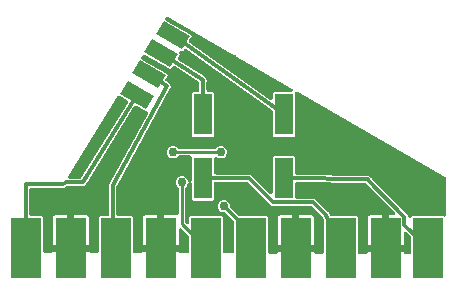
<source format=gbl>
G04 EAGLE Gerber RS-274X export*
G75*
%MOMM*%
%FSLAX34Y34*%
%LPD*%
%INBottom Copper*%
%IPPOS*%
%AMOC8*
5,1,8,0,0,1.08239X$1,22.5*%
G01*
%ADD10R,2.540000X5.080000*%
%ADD11R,1.600000X3.500000*%
%ADD12R,1.270000X2.540000*%
%ADD13C,0.299719*%
%ADD14C,0.756400*%
%ADD15C,0.254000*%

G36*
X266250Y10437D02*
X266250Y10437D01*
X266289Y10434D01*
X266421Y10456D01*
X266554Y10471D01*
X266591Y10484D01*
X266630Y10491D01*
X266753Y10542D01*
X266879Y10587D01*
X266913Y10608D01*
X266949Y10623D01*
X267057Y10702D01*
X267170Y10774D01*
X267197Y10803D01*
X267229Y10826D01*
X267316Y10927D01*
X267409Y11023D01*
X267430Y11057D01*
X267455Y11087D01*
X267517Y11206D01*
X267585Y11321D01*
X267597Y11358D01*
X267616Y11393D01*
X267649Y11523D01*
X267689Y11650D01*
X267692Y11690D01*
X267702Y11728D01*
X267715Y11930D01*
X267715Y38904D01*
X267710Y38948D01*
X267713Y38993D01*
X267690Y39120D01*
X267675Y39247D01*
X267660Y39289D01*
X267652Y39334D01*
X267581Y39524D01*
X266827Y41183D01*
X266740Y41326D01*
X266656Y41469D01*
X266651Y41475D01*
X266649Y41479D01*
X266639Y41488D01*
X266522Y41622D01*
X257529Y50615D01*
X257419Y50702D01*
X257313Y50794D01*
X257284Y50809D01*
X257258Y50830D01*
X257131Y50890D01*
X257007Y50954D01*
X256975Y50963D01*
X256945Y50977D01*
X256808Y51006D01*
X256672Y51040D01*
X256628Y51043D01*
X256607Y51048D01*
X256574Y51047D01*
X256470Y51054D01*
X223176Y51054D01*
X203092Y71138D01*
X202982Y71225D01*
X202876Y71317D01*
X202847Y71332D01*
X202821Y71353D01*
X202694Y71412D01*
X202570Y71477D01*
X202538Y71485D01*
X202508Y71499D01*
X202371Y71528D01*
X202235Y71563D01*
X202191Y71566D01*
X202170Y71570D01*
X202137Y71570D01*
X202033Y71577D01*
X176123Y71577D01*
X176087Y71573D01*
X176051Y71575D01*
X175916Y71553D01*
X175779Y71537D01*
X175745Y71525D01*
X175710Y71519D01*
X175583Y71466D01*
X175454Y71419D01*
X175424Y71400D01*
X175391Y71386D01*
X175280Y71306D01*
X175165Y71230D01*
X175140Y71204D01*
X175111Y71183D01*
X175021Y71080D01*
X174926Y70980D01*
X174908Y70949D01*
X174885Y70922D01*
X174821Y70801D01*
X174752Y70682D01*
X174741Y70648D01*
X174724Y70616D01*
X174690Y70483D01*
X174650Y70352D01*
X174647Y70316D01*
X174638Y70281D01*
X174625Y70079D01*
X174625Y56468D01*
X173732Y55575D01*
X156468Y55575D01*
X155575Y56468D01*
X155575Y69653D01*
X155569Y69705D01*
X155572Y69757D01*
X155549Y69876D01*
X155535Y69996D01*
X155518Y70045D01*
X155508Y70097D01*
X155459Y70207D01*
X155418Y70321D01*
X155389Y70365D01*
X155368Y70413D01*
X155295Y70509D01*
X155229Y70610D01*
X155191Y70647D01*
X155160Y70688D01*
X155067Y70765D01*
X154979Y70849D01*
X154934Y70875D01*
X154893Y70909D01*
X154785Y70962D01*
X154681Y71024D01*
X154631Y71039D01*
X154584Y71062D01*
X154466Y71090D01*
X154367Y71120D01*
X154389Y71122D01*
X154438Y71139D01*
X154490Y71147D01*
X154601Y71194D01*
X154716Y71232D01*
X154761Y71260D01*
X154809Y71280D01*
X154907Y71351D01*
X155010Y71415D01*
X155047Y71452D01*
X155089Y71483D01*
X155168Y71574D01*
X155254Y71660D01*
X155281Y71704D01*
X155315Y71744D01*
X155371Y71851D01*
X155435Y71954D01*
X155451Y72004D01*
X155476Y72050D01*
X155506Y72167D01*
X155544Y72282D01*
X155548Y72334D01*
X155562Y72385D01*
X155575Y72587D01*
X155575Y92227D01*
X155571Y92263D01*
X155574Y92299D01*
X155551Y92434D01*
X155535Y92571D01*
X155523Y92605D01*
X155517Y92640D01*
X155465Y92767D01*
X155418Y92896D01*
X155398Y92926D01*
X155384Y92959D01*
X155304Y93070D01*
X155229Y93185D01*
X155203Y93210D01*
X155182Y93239D01*
X155078Y93329D01*
X154979Y93424D01*
X154948Y93442D01*
X154921Y93465D01*
X154799Y93529D01*
X154681Y93598D01*
X154646Y93609D01*
X154615Y93626D01*
X154482Y93660D01*
X154351Y93700D01*
X154315Y93703D01*
X154280Y93712D01*
X154077Y93725D01*
X145031Y93725D01*
X144891Y93709D01*
X144752Y93699D01*
X144720Y93689D01*
X144687Y93685D01*
X144555Y93638D01*
X144422Y93596D01*
X144393Y93579D01*
X144362Y93568D01*
X144245Y93491D01*
X144124Y93420D01*
X144091Y93391D01*
X144073Y93379D01*
X144050Y93355D01*
X143971Y93287D01*
X142706Y92021D01*
X140756Y91213D01*
X138644Y91213D01*
X136694Y92021D01*
X135201Y93514D01*
X134393Y95464D01*
X134393Y97576D01*
X135201Y99526D01*
X136694Y101019D01*
X138644Y101827D01*
X140756Y101827D01*
X142706Y101019D01*
X143971Y99753D01*
X144081Y99666D01*
X144187Y99575D01*
X144216Y99559D01*
X144242Y99539D01*
X144369Y99479D01*
X144493Y99414D01*
X144525Y99406D01*
X144555Y99392D01*
X144693Y99363D01*
X144828Y99328D01*
X144872Y99325D01*
X144893Y99321D01*
X144926Y99322D01*
X145031Y99315D01*
X175009Y99315D01*
X175149Y99331D01*
X175288Y99341D01*
X175320Y99351D01*
X175353Y99355D01*
X175485Y99402D01*
X175618Y99444D01*
X175647Y99461D01*
X175678Y99472D01*
X175795Y99549D01*
X175916Y99620D01*
X175949Y99649D01*
X175967Y99661D01*
X175990Y99685D01*
X176069Y99753D01*
X177334Y101019D01*
X179284Y101827D01*
X181396Y101827D01*
X183346Y101019D01*
X184839Y99526D01*
X185647Y97576D01*
X185647Y95464D01*
X184839Y93514D01*
X183346Y92021D01*
X181396Y91213D01*
X179284Y91213D01*
X177334Y92021D01*
X177182Y92173D01*
X177100Y92238D01*
X177024Y92310D01*
X176965Y92345D01*
X176911Y92388D01*
X176816Y92432D01*
X176726Y92485D01*
X176660Y92506D01*
X176598Y92535D01*
X176496Y92556D01*
X176396Y92587D01*
X176327Y92592D01*
X176260Y92606D01*
X176155Y92603D01*
X176051Y92610D01*
X175983Y92599D01*
X175914Y92598D01*
X175813Y92571D01*
X175710Y92554D01*
X175647Y92528D01*
X175580Y92510D01*
X175487Y92461D01*
X175391Y92421D01*
X175335Y92381D01*
X175274Y92349D01*
X175195Y92280D01*
X175111Y92219D01*
X175066Y92167D01*
X175014Y92122D01*
X174953Y92037D01*
X174885Y91958D01*
X174853Y91897D01*
X174813Y91841D01*
X174773Y91744D01*
X174724Y91651D01*
X174707Y91585D01*
X174681Y91521D01*
X174664Y91418D01*
X174638Y91317D01*
X174631Y91213D01*
X174626Y91180D01*
X174628Y91158D01*
X174625Y91114D01*
X174625Y79121D01*
X174629Y79085D01*
X174626Y79050D01*
X174649Y78914D01*
X174665Y78778D01*
X174677Y78744D01*
X174683Y78709D01*
X174735Y78582D01*
X174782Y78453D01*
X174802Y78423D01*
X174816Y78390D01*
X174896Y78278D01*
X174971Y78163D01*
X174997Y78139D01*
X175018Y78109D01*
X175122Y78020D01*
X175221Y77925D01*
X175252Y77907D01*
X175279Y77883D01*
X175401Y77820D01*
X175519Y77750D01*
X175554Y77740D01*
X175585Y77723D01*
X175718Y77689D01*
X175849Y77648D01*
X175885Y77646D01*
X175920Y77637D01*
X176123Y77623D01*
X205158Y77623D01*
X221598Y61183D01*
X221680Y61118D01*
X221756Y61046D01*
X221815Y61011D01*
X221869Y60968D01*
X221964Y60924D01*
X222054Y60871D01*
X222120Y60851D01*
X222182Y60822D01*
X222284Y60800D01*
X222384Y60769D01*
X222453Y60765D01*
X222520Y60750D01*
X222625Y60753D01*
X222729Y60746D01*
X222797Y60757D01*
X222866Y60759D01*
X222967Y60785D01*
X223070Y60802D01*
X223133Y60829D01*
X223200Y60846D01*
X223293Y60895D01*
X223389Y60935D01*
X223445Y60975D01*
X223506Y61007D01*
X223584Y61076D01*
X223669Y61137D01*
X223714Y61189D01*
X223766Y61235D01*
X223827Y61320D01*
X223895Y61399D01*
X223927Y61460D01*
X223967Y61516D01*
X224007Y61612D01*
X224056Y61705D01*
X224073Y61771D01*
X224099Y61835D01*
X224116Y61938D01*
X224142Y62040D01*
X224149Y62144D01*
X224154Y62176D01*
X224152Y62198D01*
X224155Y62242D01*
X224155Y92732D01*
X225048Y93625D01*
X242312Y93625D01*
X243205Y92732D01*
X243205Y78976D01*
X243208Y78950D01*
X243206Y78924D01*
X243207Y78918D01*
X243206Y78915D01*
X243213Y78878D01*
X243228Y78779D01*
X243245Y78633D01*
X243253Y78608D01*
X243257Y78582D01*
X243312Y78446D01*
X243362Y78308D01*
X243376Y78286D01*
X243386Y78262D01*
X243471Y78141D01*
X243551Y78018D01*
X243570Y78000D01*
X243585Y77979D01*
X243694Y77881D01*
X243801Y77780D01*
X243824Y77767D01*
X243843Y77749D01*
X243972Y77679D01*
X244099Y77605D01*
X244124Y77597D01*
X244147Y77585D01*
X244289Y77546D01*
X244429Y77503D01*
X244455Y77501D01*
X244481Y77495D01*
X244683Y77478D01*
X304809Y76683D01*
X304816Y76684D01*
X304829Y76683D01*
X306076Y76683D01*
X306945Y75791D01*
X306950Y75786D01*
X306959Y75777D01*
X307840Y74896D01*
X307838Y74733D01*
X307853Y74583D01*
X307864Y74434D01*
X307871Y74412D01*
X307873Y74389D01*
X307922Y74247D01*
X307967Y74104D01*
X307979Y74084D01*
X307986Y74062D01*
X308067Y73936D01*
X308143Y73807D01*
X308163Y73784D01*
X308171Y73771D01*
X308193Y73749D01*
X308276Y73654D01*
X338786Y43144D01*
X338786Y42298D01*
X338798Y42195D01*
X338800Y42090D01*
X338818Y42023D01*
X338826Y41955D01*
X338861Y41857D01*
X338888Y41756D01*
X338920Y41695D01*
X338943Y41630D01*
X339000Y41542D01*
X339049Y41450D01*
X339094Y41398D01*
X339132Y41341D01*
X339208Y41268D01*
X339276Y41190D01*
X339332Y41150D01*
X339382Y41102D01*
X339472Y41049D01*
X339557Y40988D01*
X339621Y40962D01*
X339680Y40927D01*
X339780Y40897D01*
X339877Y40857D01*
X339945Y40846D01*
X340011Y40826D01*
X340115Y40819D01*
X340218Y40802D01*
X340287Y40807D01*
X340355Y40802D01*
X340458Y40819D01*
X340563Y40827D01*
X340629Y40847D01*
X340696Y40858D01*
X340793Y40899D01*
X340893Y40930D01*
X340952Y40965D01*
X341015Y40991D01*
X341100Y41052D01*
X341190Y41106D01*
X341269Y41175D01*
X341295Y41194D01*
X341310Y41210D01*
X341343Y41239D01*
X342268Y42165D01*
X369046Y42165D01*
X369134Y42114D01*
X369193Y42097D01*
X369248Y42071D01*
X369358Y42048D01*
X369466Y42016D01*
X369526Y42012D01*
X369586Y42000D01*
X369699Y42003D01*
X369811Y41996D01*
X369871Y42007D01*
X369932Y42008D01*
X370040Y42037D01*
X370151Y42056D01*
X370207Y42080D01*
X370266Y42095D01*
X370365Y42148D01*
X370469Y42192D01*
X370518Y42228D01*
X370571Y42257D01*
X370656Y42331D01*
X370747Y42398D01*
X370786Y42444D01*
X370832Y42484D01*
X370897Y42576D01*
X370970Y42661D01*
X370998Y42716D01*
X371033Y42765D01*
X371076Y42869D01*
X371127Y42969D01*
X371142Y43028D01*
X371165Y43085D01*
X371183Y43195D01*
X371209Y43305D01*
X371214Y43394D01*
X371220Y43426D01*
X371218Y43451D01*
X371221Y43507D01*
X370894Y74257D01*
X370875Y74410D01*
X370859Y74563D01*
X370853Y74581D01*
X370851Y74599D01*
X370797Y74744D01*
X370746Y74890D01*
X370736Y74906D01*
X370730Y74923D01*
X370645Y75051D01*
X370562Y75182D01*
X370548Y75195D01*
X370538Y75211D01*
X370425Y75316D01*
X370315Y75424D01*
X370295Y75437D01*
X370285Y75446D01*
X370261Y75461D01*
X370147Y75537D01*
X245453Y147694D01*
X245377Y147727D01*
X245306Y147769D01*
X245268Y147780D01*
X245253Y147788D01*
X245210Y147799D01*
X245136Y147831D01*
X245055Y147846D01*
X244976Y147870D01*
X244885Y147876D01*
X244796Y147893D01*
X244713Y147888D01*
X244631Y147894D01*
X244541Y147879D01*
X244450Y147874D01*
X244371Y147851D01*
X244290Y147837D01*
X244206Y147803D01*
X244119Y147777D01*
X244047Y147736D01*
X243971Y147705D01*
X243897Y147651D01*
X243818Y147606D01*
X243758Y147550D01*
X243751Y147546D01*
X243745Y147542D01*
X243743Y147540D01*
X243691Y147502D01*
X243631Y147433D01*
X243565Y147372D01*
X243521Y147307D01*
X243506Y147291D01*
X243502Y147284D01*
X243465Y147241D01*
X243422Y147160D01*
X243372Y147085D01*
X243347Y147020D01*
X243332Y146993D01*
X243327Y146977D01*
X243304Y146935D01*
X243282Y146847D01*
X243250Y146762D01*
X243242Y146702D01*
X243230Y146663D01*
X243228Y146638D01*
X243218Y146600D01*
X243208Y146440D01*
X243205Y146419D01*
X243206Y146411D01*
X243205Y146398D01*
X243205Y110468D01*
X242312Y109575D01*
X225048Y109575D01*
X224155Y110468D01*
X224155Y130904D01*
X224145Y130995D01*
X224144Y131087D01*
X224125Y131166D01*
X224115Y131247D01*
X224084Y131333D01*
X224063Y131423D01*
X224026Y131495D01*
X223998Y131572D01*
X223948Y131649D01*
X223906Y131731D01*
X223854Y131793D01*
X223809Y131862D01*
X223743Y131925D01*
X223684Y131995D01*
X223580Y132080D01*
X223559Y132100D01*
X223547Y132107D01*
X223527Y132124D01*
X151161Y183699D01*
X151067Y183751D01*
X150977Y183811D01*
X150916Y183834D01*
X150858Y183866D01*
X150755Y183895D01*
X150654Y183933D01*
X150588Y183941D01*
X150525Y183959D01*
X150418Y183963D01*
X150311Y183977D01*
X150246Y183971D01*
X150180Y183973D01*
X150074Y183953D01*
X149967Y183942D01*
X149905Y183920D01*
X149840Y183908D01*
X149742Y183864D01*
X149641Y183829D01*
X149585Y183794D01*
X149525Y183767D01*
X149440Y183701D01*
X149349Y183644D01*
X149303Y183597D01*
X149251Y183557D01*
X149182Y183474D01*
X149107Y183397D01*
X149052Y183315D01*
X149031Y183290D01*
X149021Y183269D01*
X148994Y183229D01*
X148528Y182421D01*
X147308Y182095D01*
X147229Y182140D01*
X147133Y182182D01*
X147041Y182232D01*
X147028Y182236D01*
X147022Y182239D01*
X146972Y182251D01*
X146912Y182277D01*
X146809Y182296D01*
X146708Y182323D01*
X146688Y182324D01*
X146687Y182324D01*
X146624Y182329D01*
X146571Y182338D01*
X146524Y182336D01*
X146485Y182338D01*
X146481Y182338D01*
X146440Y182333D01*
X146363Y182336D01*
X146295Y182323D01*
X146226Y182319D01*
X146166Y182302D01*
X146137Y182298D01*
X146100Y182285D01*
X146023Y182270D01*
X145961Y182241D01*
X145895Y182222D01*
X145840Y182191D01*
X145812Y182181D01*
X145779Y182159D01*
X145709Y182127D01*
X145654Y182085D01*
X145594Y182051D01*
X145549Y182009D01*
X145523Y181992D01*
X145494Y181962D01*
X145435Y181916D01*
X145392Y181863D01*
X145341Y181816D01*
X145307Y181766D01*
X145285Y181742D01*
X145262Y181704D01*
X145217Y181648D01*
X145187Y181586D01*
X145148Y181529D01*
X145128Y181475D01*
X145110Y181444D01*
X145096Y181399D01*
X145066Y181337D01*
X145051Y181270D01*
X145027Y181206D01*
X145020Y181151D01*
X145008Y181113D01*
X145005Y181064D01*
X144990Y181000D01*
X144991Y180931D01*
X144982Y180863D01*
X144987Y180812D01*
X144985Y180769D01*
X144993Y180715D01*
X144994Y180654D01*
X145014Y180552D01*
X145018Y180519D01*
X145025Y180499D01*
X145033Y180455D01*
X145350Y179274D01*
X143747Y176497D01*
X143746Y176497D01*
X143614Y176189D01*
X143609Y176180D01*
X143549Y175839D01*
X143563Y175581D01*
X143567Y175495D01*
X143582Y175445D01*
X143615Y175333D01*
X143665Y175163D01*
X143787Y174949D01*
X143836Y174863D01*
X143836Y174862D01*
X144071Y174609D01*
X144234Y174488D01*
X165618Y160741D01*
X165756Y160674D01*
X165891Y160603D01*
X165910Y160598D01*
X165928Y160589D01*
X166078Y160555D01*
X166225Y160517D01*
X166252Y160515D01*
X166265Y160512D01*
X166294Y160512D01*
X166347Y160509D01*
X166894Y159961D01*
X166941Y159925D01*
X166981Y159881D01*
X167143Y159760D01*
X167800Y159338D01*
X167822Y159275D01*
X167867Y159129D01*
X167878Y159112D01*
X167884Y159093D01*
X167966Y158963D01*
X168043Y158832D01*
X168060Y158812D01*
X168068Y158800D01*
X168089Y158780D01*
X168123Y158740D01*
X168123Y157966D01*
X168130Y157907D01*
X168128Y157848D01*
X168158Y157648D01*
X168323Y156885D01*
X168294Y156825D01*
X168223Y156689D01*
X168218Y156670D01*
X168209Y156652D01*
X168175Y156503D01*
X168137Y156355D01*
X168135Y156329D01*
X168132Y156315D01*
X168132Y156286D01*
X168123Y156152D01*
X168123Y149123D01*
X168127Y149087D01*
X168125Y149051D01*
X168147Y148916D01*
X168163Y148779D01*
X168175Y148745D01*
X168181Y148710D01*
X168234Y148583D01*
X168281Y148454D01*
X168300Y148424D01*
X168314Y148391D01*
X168394Y148280D01*
X168470Y148165D01*
X168496Y148140D01*
X168517Y148111D01*
X168620Y148021D01*
X168720Y147926D01*
X168751Y147908D01*
X168778Y147885D01*
X168899Y147821D01*
X169018Y147752D01*
X169052Y147741D01*
X169084Y147724D01*
X169217Y147690D01*
X169348Y147650D01*
X169384Y147647D01*
X169419Y147638D01*
X169621Y147625D01*
X173732Y147625D01*
X174625Y146732D01*
X174625Y110468D01*
X173732Y109575D01*
X156468Y109575D01*
X155575Y110468D01*
X155575Y146732D01*
X156468Y147625D01*
X160579Y147625D01*
X160615Y147629D01*
X160650Y147626D01*
X160786Y147649D01*
X160922Y147665D01*
X160956Y147677D01*
X160991Y147683D01*
X161118Y147735D01*
X161247Y147782D01*
X161277Y147802D01*
X161310Y147816D01*
X161422Y147896D01*
X161537Y147971D01*
X161561Y147997D01*
X161591Y148018D01*
X161680Y148122D01*
X161775Y148221D01*
X161793Y148252D01*
X161817Y148279D01*
X161880Y148401D01*
X161950Y148519D01*
X161960Y148554D01*
X161977Y148585D01*
X162011Y148718D01*
X162052Y148849D01*
X162054Y148885D01*
X162063Y148920D01*
X162077Y149123D01*
X162077Y155012D01*
X162062Y155138D01*
X162055Y155265D01*
X162042Y155309D01*
X162037Y155355D01*
X161993Y155475D01*
X161958Y155597D01*
X161935Y155637D01*
X161919Y155680D01*
X161850Y155787D01*
X161787Y155897D01*
X161756Y155931D01*
X161730Y155969D01*
X161638Y156057D01*
X161552Y156151D01*
X161501Y156189D01*
X161480Y156208D01*
X161453Y156224D01*
X161389Y156272D01*
X141327Y169168D01*
X141263Y169200D01*
X141203Y169240D01*
X141109Y169276D01*
X141017Y169320D01*
X140947Y169336D01*
X140880Y169362D01*
X140779Y169375D01*
X140680Y169397D01*
X140608Y169397D01*
X140537Y169406D01*
X140436Y169396D01*
X140335Y169395D01*
X140265Y169378D01*
X140193Y169371D01*
X140098Y169338D01*
X139999Y169314D01*
X139935Y169281D01*
X139867Y169258D01*
X139781Y169203D01*
X139690Y169157D01*
X139636Y169111D01*
X139575Y169073D01*
X139504Y169000D01*
X139426Y168934D01*
X139383Y168877D01*
X139333Y168826D01*
X139220Y168657D01*
X138368Y167181D01*
X137148Y166855D01*
X116014Y179056D01*
X116000Y179062D01*
X115988Y179071D01*
X115841Y179131D01*
X115697Y179193D01*
X115682Y179196D01*
X115668Y179202D01*
X115512Y179226D01*
X115357Y179254D01*
X115342Y179253D01*
X115326Y179256D01*
X115168Y179244D01*
X115012Y179235D01*
X114997Y179231D01*
X114982Y179230D01*
X114831Y179182D01*
X114680Y179138D01*
X114667Y179130D01*
X114652Y179126D01*
X114517Y179045D01*
X114380Y178967D01*
X114368Y178957D01*
X114355Y178949D01*
X114242Y178840D01*
X114126Y178732D01*
X114118Y178719D01*
X114107Y178709D01*
X113989Y178544D01*
X113081Y177067D01*
X113057Y177016D01*
X113026Y176968D01*
X112985Y176859D01*
X112935Y176754D01*
X112924Y176698D01*
X112904Y176645D01*
X112889Y176530D01*
X112865Y176415D01*
X112867Y176359D01*
X112859Y176302D01*
X112871Y176186D01*
X112874Y176070D01*
X112889Y176015D01*
X112895Y175959D01*
X112933Y175849D01*
X112963Y175736D01*
X112989Y175686D01*
X113008Y175632D01*
X113070Y175534D01*
X113125Y175431D01*
X113162Y175388D01*
X113193Y175340D01*
X113276Y175258D01*
X113353Y175171D01*
X113399Y175138D01*
X113440Y175098D01*
X113608Y174985D01*
X134863Y162714D01*
X135190Y161494D01*
X133457Y158493D01*
X133393Y158346D01*
X133327Y158200D01*
X133325Y158187D01*
X133320Y158176D01*
X133292Y158018D01*
X133261Y157860D01*
X133262Y157848D01*
X133259Y157836D01*
X133268Y157676D01*
X133274Y157515D01*
X133277Y157503D01*
X133278Y157491D01*
X133323Y157337D01*
X133366Y157182D01*
X133372Y157171D01*
X133376Y157159D01*
X133455Y157019D01*
X133532Y156879D01*
X133540Y156870D01*
X133546Y156859D01*
X133656Y156740D01*
X133763Y156622D01*
X133775Y156612D01*
X133781Y156605D01*
X133800Y156593D01*
X133924Y156498D01*
X136130Y155027D01*
X136159Y155012D01*
X136244Y154958D01*
X137262Y154403D01*
X137272Y154386D01*
X137316Y154336D01*
X137545Y153190D01*
X137555Y153158D01*
X137577Y153061D01*
X137904Y151948D01*
X137899Y151929D01*
X137895Y151863D01*
X137247Y150890D01*
X137232Y150860D01*
X137178Y150776D01*
X92106Y68144D01*
X92069Y68052D01*
X92023Y67964D01*
X92005Y67893D01*
X91977Y67824D01*
X91962Y67726D01*
X91937Y67630D01*
X91929Y67514D01*
X91924Y67482D01*
X91926Y67464D01*
X91923Y67427D01*
X91923Y43663D01*
X91927Y43627D01*
X91925Y43591D01*
X91947Y43456D01*
X91963Y43319D01*
X91975Y43285D01*
X91981Y43250D01*
X92034Y43123D01*
X92081Y42994D01*
X92100Y42964D01*
X92114Y42931D01*
X92194Y42820D01*
X92270Y42705D01*
X92296Y42680D01*
X92317Y42651D01*
X92420Y42561D01*
X92520Y42466D01*
X92551Y42448D01*
X92578Y42425D01*
X92699Y42361D01*
X92818Y42292D01*
X92852Y42281D01*
X92884Y42264D01*
X93017Y42230D01*
X93148Y42190D01*
X93184Y42187D01*
X93219Y42178D01*
X93421Y42165D01*
X104772Y42165D01*
X105665Y41272D01*
X105665Y12679D01*
X105668Y12646D01*
X105666Y12614D01*
X105688Y12475D01*
X105705Y12335D01*
X105716Y12305D01*
X105721Y12273D01*
X105774Y12143D01*
X105822Y12010D01*
X105840Y11983D01*
X105852Y11953D01*
X105934Y11839D01*
X106011Y11721D01*
X106034Y11699D01*
X106053Y11672D01*
X106159Y11580D01*
X106261Y11482D01*
X106289Y11466D01*
X106313Y11445D01*
X106438Y11379D01*
X106559Y11308D01*
X106590Y11298D01*
X106619Y11283D01*
X106755Y11247D01*
X106889Y11206D01*
X106922Y11204D01*
X106953Y11196D01*
X107156Y11181D01*
X112794Y11154D01*
X112834Y11159D01*
X112873Y11156D01*
X113005Y11178D01*
X113138Y11193D01*
X113175Y11206D01*
X113214Y11212D01*
X113337Y11264D01*
X113463Y11308D01*
X113497Y11330D01*
X113533Y11345D01*
X113641Y11423D01*
X113754Y11496D01*
X113781Y11524D01*
X113813Y11548D01*
X113900Y11648D01*
X113993Y11745D01*
X114014Y11779D01*
X114039Y11809D01*
X114101Y11927D01*
X114169Y12042D01*
X114181Y12080D01*
X114200Y12115D01*
X114233Y12244D01*
X128041Y12244D01*
X128077Y12248D01*
X128113Y12245D01*
X128248Y12268D01*
X128385Y12283D01*
X128418Y12296D01*
X128454Y12302D01*
X128580Y12354D01*
X128710Y12401D01*
X128740Y12421D01*
X128773Y12434D01*
X128884Y12515D01*
X128999Y12590D01*
X129024Y12616D01*
X129053Y12637D01*
X129143Y12740D01*
X129237Y12840D01*
X129256Y12871D01*
X129279Y12898D01*
X129343Y13020D01*
X129412Y13138D01*
X129423Y13173D01*
X129440Y13204D01*
X129474Y13337D01*
X129514Y13468D01*
X129516Y13504D01*
X129525Y13539D01*
X129539Y13741D01*
X129539Y15241D01*
X129541Y15241D01*
X129541Y13741D01*
X129545Y13706D01*
X129543Y13670D01*
X129565Y13534D01*
X129581Y13398D01*
X129593Y13364D01*
X129599Y13329D01*
X129652Y13202D01*
X129698Y13073D01*
X129718Y13043D01*
X129732Y13010D01*
X129812Y12899D01*
X129887Y12784D01*
X129913Y12759D01*
X129934Y12730D01*
X130038Y12640D01*
X130137Y12545D01*
X130168Y12527D01*
X130195Y12504D01*
X130317Y12440D01*
X130435Y12371D01*
X130470Y12360D01*
X130502Y12343D01*
X130634Y12309D01*
X130766Y12269D01*
X130801Y12266D01*
X130836Y12257D01*
X131039Y12244D01*
X144810Y12244D01*
X144821Y12151D01*
X144832Y12121D01*
X144837Y12089D01*
X144890Y11959D01*
X144938Y11826D01*
X144956Y11799D01*
X144968Y11769D01*
X145050Y11655D01*
X145127Y11537D01*
X145150Y11515D01*
X145169Y11488D01*
X145275Y11396D01*
X145377Y11298D01*
X145405Y11282D01*
X145429Y11261D01*
X145554Y11195D01*
X145675Y11124D01*
X145706Y11114D01*
X145735Y11099D01*
X145871Y11063D01*
X146005Y11022D01*
X146038Y11020D01*
X146069Y11012D01*
X146272Y10997D01*
X151910Y10970D01*
X151950Y10975D01*
X151989Y10972D01*
X152121Y10994D01*
X152254Y11009D01*
X152291Y11022D01*
X152330Y11028D01*
X152453Y11080D01*
X152579Y11124D01*
X152613Y11146D01*
X152649Y11161D01*
X152757Y11239D01*
X152870Y11312D01*
X152897Y11340D01*
X152929Y11364D01*
X153016Y11464D01*
X153109Y11561D01*
X153130Y11595D01*
X153155Y11625D01*
X153217Y11743D01*
X153285Y11858D01*
X153297Y11896D01*
X153316Y11931D01*
X153349Y12060D01*
X153389Y12188D01*
X153392Y12228D01*
X153402Y12266D01*
X153415Y12468D01*
X153415Y24892D01*
X153399Y25031D01*
X153389Y25171D01*
X153379Y25203D01*
X153375Y25235D01*
X153328Y25367D01*
X153286Y25501D01*
X153269Y25529D01*
X153258Y25560D01*
X153181Y25678D01*
X153110Y25798D01*
X153081Y25832D01*
X153069Y25850D01*
X153045Y25872D01*
X152977Y25951D01*
X147338Y31590D01*
X147256Y31655D01*
X147180Y31727D01*
X147121Y31762D01*
X147067Y31805D01*
X146972Y31849D01*
X146882Y31902D01*
X146816Y31922D01*
X146754Y31951D01*
X146652Y31973D01*
X146552Y32004D01*
X146483Y32008D01*
X146416Y32022D01*
X146311Y32020D01*
X146207Y32027D01*
X146139Y32016D01*
X146070Y32014D01*
X145969Y31988D01*
X145866Y31971D01*
X145803Y31944D01*
X145736Y31927D01*
X145643Y31878D01*
X145547Y31838D01*
X145491Y31798D01*
X145430Y31765D01*
X145351Y31697D01*
X145267Y31635D01*
X145222Y31583D01*
X145170Y31538D01*
X145109Y31453D01*
X145041Y31374D01*
X145009Y31313D01*
X144969Y31257D01*
X144929Y31161D01*
X144880Y31068D01*
X144863Y31001D01*
X144837Y30938D01*
X144820Y30834D01*
X144794Y30733D01*
X144787Y30629D01*
X144782Y30596D01*
X144784Y30575D01*
X144781Y30531D01*
X144781Y18236D01*
X132536Y18236D01*
X132536Y43181D01*
X142575Y43181D01*
X142640Y43163D01*
X142698Y43155D01*
X142754Y43137D01*
X142868Y43130D01*
X142982Y43113D01*
X143040Y43118D01*
X143099Y43114D01*
X143212Y43133D01*
X143326Y43142D01*
X143382Y43161D01*
X143440Y43170D01*
X143546Y43214D01*
X143654Y43250D01*
X143705Y43280D01*
X143759Y43303D01*
X143852Y43370D01*
X143949Y43430D01*
X143991Y43471D01*
X144039Y43506D01*
X144114Y43592D01*
X144195Y43672D01*
X144227Y43722D01*
X144265Y43767D01*
X144318Y43868D01*
X144379Y43965D01*
X144398Y44021D01*
X144426Y44073D01*
X144454Y44184D01*
X144491Y44292D01*
X144497Y44351D01*
X144512Y44408D01*
X144525Y44610D01*
X144525Y65789D01*
X144509Y65929D01*
X144499Y66068D01*
X144489Y66100D01*
X144485Y66133D01*
X144438Y66265D01*
X144396Y66398D01*
X144379Y66427D01*
X144368Y66458D01*
X144291Y66575D01*
X144220Y66696D01*
X144191Y66729D01*
X144179Y66747D01*
X144155Y66770D01*
X144087Y66849D01*
X142821Y68114D01*
X142013Y70064D01*
X142013Y72176D01*
X142821Y74126D01*
X144314Y75619D01*
X146264Y76427D01*
X148376Y76427D01*
X150326Y75619D01*
X151819Y74126D01*
X152694Y72014D01*
X152719Y71968D01*
X152737Y71919D01*
X152803Y71818D01*
X152862Y71712D01*
X152897Y71674D01*
X152926Y71630D01*
X153013Y71546D01*
X153095Y71457D01*
X153138Y71427D01*
X153176Y71391D01*
X153280Y71330D01*
X153380Y71262D01*
X153429Y71243D01*
X153474Y71216D01*
X153590Y71181D01*
X153702Y71137D01*
X153754Y71130D01*
X153800Y71116D01*
X153784Y71112D01*
X153665Y71093D01*
X153617Y71072D01*
X153565Y71060D01*
X153457Y71006D01*
X153346Y70960D01*
X153303Y70929D01*
X153256Y70905D01*
X153164Y70828D01*
X153066Y70757D01*
X153031Y70718D01*
X152991Y70684D01*
X152919Y70587D01*
X152840Y70496D01*
X152815Y70450D01*
X152784Y70408D01*
X152694Y70226D01*
X151819Y68114D01*
X150553Y66849D01*
X150466Y66739D01*
X150375Y66633D01*
X150359Y66604D01*
X150339Y66578D01*
X150279Y66451D01*
X150214Y66327D01*
X150206Y66295D01*
X150192Y66265D01*
X150163Y66127D01*
X150128Y65992D01*
X150125Y65948D01*
X150121Y65927D01*
X150122Y65894D01*
X150115Y65789D01*
X150115Y37338D01*
X150131Y37199D01*
X150141Y37059D01*
X150151Y37028D01*
X150155Y36995D01*
X150202Y36863D01*
X150244Y36729D01*
X150261Y36701D01*
X150272Y36670D01*
X150349Y36553D01*
X150420Y36432D01*
X150449Y36398D01*
X150461Y36380D01*
X150485Y36358D01*
X150553Y36279D01*
X150858Y35974D01*
X150940Y35909D01*
X151016Y35837D01*
X151054Y35815D01*
X151060Y35809D01*
X151078Y35800D01*
X151129Y35760D01*
X151224Y35715D01*
X151314Y35662D01*
X151380Y35642D01*
X151442Y35613D01*
X151544Y35591D01*
X151644Y35560D01*
X151713Y35556D01*
X151780Y35542D01*
X151885Y35544D01*
X151989Y35537D01*
X152057Y35548D01*
X152126Y35550D01*
X152227Y35576D01*
X152330Y35593D01*
X152393Y35620D01*
X152460Y35637D01*
X152553Y35686D01*
X152649Y35726D01*
X152705Y35766D01*
X152766Y35799D01*
X152844Y35867D01*
X152929Y35929D01*
X152974Y35981D01*
X153026Y36026D01*
X153087Y36111D01*
X153155Y36190D01*
X153187Y36251D01*
X153227Y36307D01*
X153267Y36403D01*
X153316Y36496D01*
X153333Y36563D01*
X153359Y36626D01*
X153375Y36724D01*
X153390Y36774D01*
X153391Y36791D01*
X153402Y36831D01*
X153409Y36935D01*
X153414Y36967D01*
X153412Y36989D01*
X153415Y37033D01*
X153415Y41272D01*
X154308Y42165D01*
X180972Y42165D01*
X181865Y41272D01*
X181865Y12320D01*
X181868Y12288D01*
X181866Y12256D01*
X181888Y12117D01*
X181905Y11977D01*
X181916Y11946D01*
X181921Y11914D01*
X181974Y11784D01*
X182022Y11652D01*
X182040Y11625D01*
X182052Y11595D01*
X182134Y11480D01*
X182211Y11362D01*
X182234Y11340D01*
X182253Y11314D01*
X182359Y11221D01*
X182461Y11124D01*
X182489Y11108D01*
X182513Y11086D01*
X182638Y11020D01*
X182759Y10949D01*
X182790Y10940D01*
X182819Y10925D01*
X182955Y10889D01*
X183089Y10847D01*
X183122Y10845D01*
X183153Y10837D01*
X183356Y10822D01*
X190010Y10791D01*
X190050Y10795D01*
X190089Y10793D01*
X190221Y10815D01*
X190354Y10829D01*
X190391Y10843D01*
X190430Y10849D01*
X190553Y10900D01*
X190679Y10945D01*
X190713Y10967D01*
X190749Y10982D01*
X190857Y11060D01*
X190970Y11133D01*
X190997Y11161D01*
X191029Y11184D01*
X191116Y11285D01*
X191209Y11382D01*
X191230Y11416D01*
X191255Y11446D01*
X191317Y11564D01*
X191385Y11679D01*
X191397Y11717D01*
X191416Y11752D01*
X191449Y11881D01*
X191489Y12009D01*
X191492Y12048D01*
X191502Y12086D01*
X191515Y12289D01*
X191515Y37592D01*
X191499Y37731D01*
X191489Y37871D01*
X191479Y37903D01*
X191475Y37935D01*
X191428Y38067D01*
X191386Y38201D01*
X191369Y38229D01*
X191358Y38260D01*
X191281Y38378D01*
X191210Y38498D01*
X191181Y38532D01*
X191169Y38550D01*
X191145Y38572D01*
X191077Y38651D01*
X184673Y45055D01*
X184563Y45142D01*
X184457Y45233D01*
X184428Y45249D01*
X184402Y45269D01*
X184275Y45329D01*
X184151Y45394D01*
X184119Y45402D01*
X184089Y45416D01*
X183952Y45445D01*
X183816Y45480D01*
X183772Y45483D01*
X183751Y45487D01*
X183718Y45486D01*
X183614Y45493D01*
X181824Y45493D01*
X179874Y46301D01*
X178381Y47794D01*
X177573Y49744D01*
X177573Y51856D01*
X178381Y53806D01*
X179874Y55299D01*
X181824Y56107D01*
X183936Y56107D01*
X185886Y55299D01*
X187379Y53806D01*
X188187Y51856D01*
X188187Y50066D01*
X188203Y49927D01*
X188213Y49787D01*
X188223Y49755D01*
X188227Y49723D01*
X188274Y49591D01*
X188316Y49457D01*
X188333Y49429D01*
X188344Y49398D01*
X188421Y49280D01*
X188492Y49160D01*
X188521Y49126D01*
X188533Y49108D01*
X188557Y49086D01*
X188625Y49007D01*
X195029Y42603D01*
X195139Y42516D01*
X195245Y42425D01*
X195274Y42409D01*
X195300Y42389D01*
X195427Y42329D01*
X195551Y42264D01*
X195583Y42256D01*
X195613Y42242D01*
X195750Y42213D01*
X195886Y42178D01*
X195930Y42175D01*
X195951Y42171D01*
X195984Y42172D01*
X196088Y42165D01*
X219072Y42165D01*
X219965Y41272D01*
X219965Y12141D01*
X219968Y12109D01*
X219966Y12076D01*
X219988Y11938D01*
X220005Y11798D01*
X220016Y11767D01*
X220021Y11735D01*
X220074Y11605D01*
X220122Y11473D01*
X220140Y11446D01*
X220152Y11416D01*
X220234Y11301D01*
X220311Y11183D01*
X220334Y11161D01*
X220353Y11134D01*
X220459Y11042D01*
X220561Y10945D01*
X220589Y10928D01*
X220613Y10907D01*
X220738Y10841D01*
X220859Y10770D01*
X220890Y10760D01*
X220919Y10745D01*
X221055Y10710D01*
X221189Y10668D01*
X221222Y10666D01*
X221253Y10658D01*
X221456Y10643D01*
X227094Y10617D01*
X227134Y10621D01*
X227173Y10618D01*
X227305Y10640D01*
X227438Y10655D01*
X227475Y10668D01*
X227514Y10675D01*
X227637Y10726D01*
X227763Y10771D01*
X227797Y10792D01*
X227833Y10807D01*
X227941Y10886D01*
X228054Y10958D01*
X228081Y10987D01*
X228113Y11010D01*
X228200Y11111D01*
X228293Y11207D01*
X228314Y11241D01*
X228339Y11271D01*
X228401Y11390D01*
X228469Y11505D01*
X228481Y11542D01*
X228500Y11577D01*
X228533Y11707D01*
X228573Y11834D01*
X228576Y11874D01*
X228586Y11912D01*
X228599Y12114D01*
X228599Y12244D01*
X242341Y12244D01*
X242377Y12248D01*
X242413Y12245D01*
X242548Y12268D01*
X242685Y12283D01*
X242718Y12296D01*
X242754Y12302D01*
X242880Y12354D01*
X243010Y12401D01*
X243040Y12421D01*
X243073Y12434D01*
X243184Y12515D01*
X243299Y12590D01*
X243324Y12616D01*
X243353Y12637D01*
X243443Y12740D01*
X243537Y12840D01*
X243556Y12871D01*
X243579Y12898D01*
X243643Y13020D01*
X243712Y13138D01*
X243723Y13173D01*
X243740Y13204D01*
X243774Y13337D01*
X243814Y13468D01*
X243816Y13504D01*
X243825Y13539D01*
X243839Y13741D01*
X243839Y15241D01*
X243841Y15241D01*
X243841Y13741D01*
X243845Y13706D01*
X243843Y13670D01*
X243865Y13534D01*
X243881Y13398D01*
X243893Y13364D01*
X243899Y13329D01*
X243952Y13202D01*
X243998Y13073D01*
X244018Y13043D01*
X244032Y13010D01*
X244112Y12899D01*
X244187Y12784D01*
X244213Y12759D01*
X244234Y12730D01*
X244338Y12640D01*
X244437Y12545D01*
X244468Y12527D01*
X244495Y12504D01*
X244617Y12440D01*
X244735Y12371D01*
X244770Y12360D01*
X244802Y12343D01*
X244934Y12309D01*
X245066Y12269D01*
X245101Y12266D01*
X245136Y12257D01*
X245339Y12244D01*
X259081Y12244D01*
X259081Y11957D01*
X259084Y11925D01*
X259082Y11892D01*
X259104Y11754D01*
X259121Y11614D01*
X259132Y11583D01*
X259137Y11551D01*
X259190Y11421D01*
X259238Y11289D01*
X259256Y11262D01*
X259268Y11232D01*
X259350Y11117D01*
X259427Y10999D01*
X259450Y10977D01*
X259469Y10950D01*
X259575Y10858D01*
X259677Y10761D01*
X259705Y10744D01*
X259729Y10723D01*
X259854Y10657D01*
X259975Y10586D01*
X260006Y10576D01*
X260035Y10561D01*
X260171Y10526D01*
X260305Y10484D01*
X260338Y10482D01*
X260369Y10474D01*
X260572Y10459D01*
X266210Y10433D01*
X266250Y10437D01*
G37*
G36*
X75750Y11333D02*
X75750Y11333D01*
X75789Y11330D01*
X75921Y11352D01*
X76054Y11367D01*
X76091Y11380D01*
X76130Y11387D01*
X76253Y11438D01*
X76379Y11483D01*
X76413Y11504D01*
X76449Y11520D01*
X76557Y11598D01*
X76670Y11670D01*
X76697Y11699D01*
X76729Y11722D01*
X76816Y11823D01*
X76909Y11919D01*
X76930Y11953D01*
X76955Y11983D01*
X77017Y12102D01*
X77085Y12217D01*
X77097Y12254D01*
X77116Y12289D01*
X77149Y12419D01*
X77189Y12546D01*
X77192Y12586D01*
X77202Y12624D01*
X77215Y12827D01*
X77215Y41272D01*
X78108Y42165D01*
X84379Y42165D01*
X84415Y42169D01*
X84450Y42166D01*
X84586Y42189D01*
X84722Y42205D01*
X84756Y42217D01*
X84791Y42223D01*
X84918Y42275D01*
X85047Y42322D01*
X85077Y42342D01*
X85110Y42356D01*
X85222Y42436D01*
X85337Y42511D01*
X85361Y42537D01*
X85391Y42558D01*
X85480Y42662D01*
X85575Y42761D01*
X85593Y42792D01*
X85617Y42819D01*
X85680Y42941D01*
X85750Y43059D01*
X85760Y43094D01*
X85777Y43125D01*
X85811Y43258D01*
X85852Y43389D01*
X85854Y43425D01*
X85863Y43460D01*
X85877Y43663D01*
X85877Y67929D01*
X85864Y68041D01*
X85860Y68153D01*
X85841Y68240D01*
X85837Y68272D01*
X85828Y68296D01*
X85816Y68351D01*
X85646Y68928D01*
X85694Y69016D01*
X85731Y69108D01*
X85777Y69196D01*
X85795Y69267D01*
X85823Y69336D01*
X85838Y69434D01*
X85863Y69530D01*
X85871Y69646D01*
X85876Y69678D01*
X85874Y69696D01*
X85877Y69733D01*
X85877Y69832D01*
X86302Y70257D01*
X86372Y70346D01*
X86449Y70428D01*
X86496Y70503D01*
X86516Y70528D01*
X86527Y70552D01*
X86558Y70599D01*
X118476Y129116D01*
X118508Y129196D01*
X118549Y129272D01*
X118572Y129356D01*
X118605Y129436D01*
X118618Y129522D01*
X118641Y129605D01*
X118644Y129692D01*
X118658Y129778D01*
X118651Y129864D01*
X118654Y129950D01*
X118637Y130036D01*
X118630Y130122D01*
X118604Y130205D01*
X118587Y130289D01*
X118551Y130369D01*
X118525Y130451D01*
X118480Y130525D01*
X118445Y130604D01*
X118392Y130673D01*
X118347Y130748D01*
X118287Y130809D01*
X118234Y130878D01*
X118166Y130933D01*
X118106Y130995D01*
X118033Y131041D01*
X117966Y131096D01*
X117888Y131134D01*
X117814Y131181D01*
X117733Y131209D01*
X117655Y131247D01*
X117570Y131266D01*
X117488Y131295D01*
X117402Y131304D01*
X117318Y131323D01*
X117231Y131322D01*
X117144Y131331D01*
X117059Y131320D01*
X116972Y131319D01*
X116833Y131292D01*
X108941Y135848D01*
X108930Y135853D01*
X108920Y135860D01*
X108770Y135922D01*
X108624Y135985D01*
X108612Y135987D01*
X108601Y135992D01*
X108441Y136018D01*
X108284Y136046D01*
X108272Y136045D01*
X108260Y136047D01*
X108099Y136036D01*
X107939Y136027D01*
X107927Y136024D01*
X107915Y136023D01*
X107760Y135975D01*
X107607Y135930D01*
X107597Y135924D01*
X107585Y135920D01*
X107446Y135838D01*
X107307Y135759D01*
X107298Y135751D01*
X107287Y135745D01*
X107171Y135633D01*
X107053Y135524D01*
X107047Y135514D01*
X107038Y135506D01*
X106920Y135341D01*
X66749Y70621D01*
X66688Y70493D01*
X66623Y70368D01*
X66615Y70337D01*
X66601Y70308D01*
X66572Y70170D01*
X66537Y70033D01*
X66534Y69991D01*
X66530Y69970D01*
X66531Y69937D01*
X66526Y69870D01*
X66007Y69351D01*
X65963Y69296D01*
X65912Y69247D01*
X65793Y69082D01*
X65405Y68456D01*
X65311Y68422D01*
X65176Y68380D01*
X65149Y68364D01*
X65119Y68353D01*
X65000Y68276D01*
X64879Y68204D01*
X64847Y68176D01*
X64829Y68165D01*
X64822Y68157D01*
X64820Y68156D01*
X64803Y68138D01*
X64756Y68097D01*
X64022Y68097D01*
X63952Y68089D01*
X63881Y68090D01*
X63681Y68057D01*
X62963Y67889D01*
X62873Y67932D01*
X62748Y67997D01*
X62717Y68005D01*
X62688Y68019D01*
X62550Y68048D01*
X62413Y68083D01*
X62371Y68086D01*
X62350Y68090D01*
X62317Y68089D01*
X62211Y68097D01*
X50234Y68097D01*
X50095Y68081D01*
X49955Y68070D01*
X49923Y68061D01*
X49891Y68057D01*
X49759Y68009D01*
X49625Y67967D01*
X49597Y67951D01*
X49566Y67939D01*
X49448Y67863D01*
X49327Y67791D01*
X49294Y67762D01*
X49276Y67750D01*
X49253Y67727D01*
X49175Y67658D01*
X48115Y66598D01*
X19761Y66598D01*
X19725Y66594D01*
X19690Y66596D01*
X19554Y66574D01*
X19418Y66558D01*
X19384Y66546D01*
X19349Y66540D01*
X19222Y66487D01*
X19093Y66441D01*
X19063Y66421D01*
X19030Y66407D01*
X18918Y66327D01*
X18803Y66252D01*
X18779Y66226D01*
X18749Y66205D01*
X18660Y66101D01*
X18565Y66002D01*
X18547Y65971D01*
X18523Y65943D01*
X18460Y65822D01*
X18390Y65704D01*
X18380Y65669D01*
X18363Y65637D01*
X18329Y65505D01*
X18288Y65373D01*
X18286Y65337D01*
X18277Y65303D01*
X18263Y65100D01*
X18263Y43663D01*
X18267Y43627D01*
X18265Y43591D01*
X18287Y43456D01*
X18303Y43319D01*
X18315Y43285D01*
X18321Y43250D01*
X18374Y43123D01*
X18421Y42994D01*
X18440Y42964D01*
X18454Y42931D01*
X18534Y42820D01*
X18610Y42705D01*
X18636Y42680D01*
X18657Y42651D01*
X18760Y42561D01*
X18860Y42466D01*
X18891Y42448D01*
X18918Y42425D01*
X19039Y42361D01*
X19158Y42292D01*
X19192Y42281D01*
X19224Y42264D01*
X19357Y42230D01*
X19488Y42190D01*
X19524Y42187D01*
X19559Y42178D01*
X19761Y42165D01*
X28572Y42165D01*
X29465Y41272D01*
X29465Y13037D01*
X29467Y13018D01*
X29466Y13010D01*
X29468Y13000D01*
X29466Y12972D01*
X29488Y12834D01*
X29505Y12694D01*
X29516Y12663D01*
X29521Y12631D01*
X29574Y12501D01*
X29622Y12369D01*
X29640Y12342D01*
X29652Y12312D01*
X29734Y12197D01*
X29811Y12079D01*
X29834Y12057D01*
X29853Y12031D01*
X29959Y11938D01*
X30061Y11841D01*
X30089Y11825D01*
X30113Y11803D01*
X30238Y11737D01*
X30359Y11666D01*
X30390Y11657D01*
X30419Y11641D01*
X30555Y11606D01*
X30689Y11564D01*
X30722Y11562D01*
X30753Y11554D01*
X30956Y11539D01*
X36594Y11513D01*
X36634Y11517D01*
X36673Y11514D01*
X36805Y11536D01*
X36938Y11551D01*
X36975Y11564D01*
X37014Y11571D01*
X37137Y11622D01*
X37263Y11667D01*
X37297Y11688D01*
X37333Y11704D01*
X37441Y11782D01*
X37554Y11854D01*
X37581Y11883D01*
X37613Y11906D01*
X37700Y12007D01*
X37793Y12103D01*
X37814Y12137D01*
X37839Y12167D01*
X37879Y12244D01*
X51841Y12244D01*
X51877Y12248D01*
X51913Y12245D01*
X52048Y12268D01*
X52185Y12283D01*
X52218Y12296D01*
X52254Y12302D01*
X52380Y12354D01*
X52510Y12401D01*
X52540Y12421D01*
X52573Y12434D01*
X52684Y12515D01*
X52799Y12590D01*
X52824Y12616D01*
X52853Y12637D01*
X52943Y12740D01*
X53037Y12840D01*
X53056Y12871D01*
X53079Y12898D01*
X53143Y13020D01*
X53212Y13138D01*
X53223Y13173D01*
X53240Y13204D01*
X53274Y13337D01*
X53314Y13468D01*
X53316Y13504D01*
X53325Y13539D01*
X53339Y13741D01*
X53339Y15241D01*
X53341Y15241D01*
X53341Y13741D01*
X53345Y13706D01*
X53343Y13670D01*
X53365Y13534D01*
X53381Y13398D01*
X53393Y13364D01*
X53399Y13329D01*
X53452Y13202D01*
X53498Y13073D01*
X53518Y13043D01*
X53532Y13010D01*
X53612Y12899D01*
X53687Y12784D01*
X53713Y12759D01*
X53734Y12730D01*
X53838Y12640D01*
X53937Y12545D01*
X53968Y12527D01*
X53995Y12504D01*
X54117Y12440D01*
X54235Y12371D01*
X54270Y12360D01*
X54302Y12343D01*
X54434Y12309D01*
X54566Y12269D01*
X54601Y12266D01*
X54636Y12257D01*
X54839Y12244D01*
X68717Y12244D01*
X68738Y12185D01*
X68756Y12158D01*
X68768Y12128D01*
X68850Y12013D01*
X68927Y11895D01*
X68950Y11873D01*
X68969Y11847D01*
X69075Y11754D01*
X69177Y11657D01*
X69205Y11641D01*
X69229Y11619D01*
X69354Y11553D01*
X69475Y11482D01*
X69506Y11473D01*
X69535Y11457D01*
X69671Y11422D01*
X69805Y11380D01*
X69838Y11378D01*
X69869Y11370D01*
X70072Y11355D01*
X75710Y11329D01*
X75750Y11333D01*
G37*
G36*
X339910Y10091D02*
X339910Y10091D01*
X339949Y10088D01*
X340081Y10110D01*
X340214Y10124D01*
X340251Y10138D01*
X340290Y10144D01*
X340413Y10196D01*
X340539Y10240D01*
X340573Y10262D01*
X340609Y10277D01*
X340717Y10355D01*
X340830Y10428D01*
X340857Y10456D01*
X340889Y10479D01*
X340977Y10580D01*
X341069Y10677D01*
X341089Y10711D01*
X341115Y10741D01*
X341177Y10859D01*
X341246Y10974D01*
X341257Y11012D01*
X341276Y11047D01*
X341309Y11176D01*
X341349Y11304D01*
X341352Y11343D01*
X341362Y11382D01*
X341375Y11584D01*
X341375Y24569D01*
X341359Y24708D01*
X341349Y24848D01*
X341339Y24879D01*
X341335Y24912D01*
X341288Y25044D01*
X341246Y25178D01*
X341229Y25206D01*
X341218Y25237D01*
X341141Y25354D01*
X341070Y25475D01*
X341041Y25508D01*
X341029Y25526D01*
X341005Y25549D01*
X340937Y25628D01*
X337838Y28727D01*
X337756Y28791D01*
X337680Y28864D01*
X337621Y28899D01*
X337567Y28941D01*
X337472Y28986D01*
X337382Y29038D01*
X337316Y29059D01*
X337254Y29088D01*
X337152Y29109D01*
X337052Y29140D01*
X336983Y29145D01*
X336916Y29159D01*
X336811Y29157D01*
X336707Y29164D01*
X336639Y29152D01*
X336570Y29151D01*
X336469Y29124D01*
X336366Y29107D01*
X336303Y29081D01*
X336236Y29064D01*
X336143Y29015D01*
X336047Y28975D01*
X335991Y28934D01*
X335930Y28902D01*
X335852Y28833D01*
X335767Y28772D01*
X335722Y28720D01*
X335670Y28675D01*
X335609Y28590D01*
X335541Y28511D01*
X335509Y28450D01*
X335469Y28394D01*
X335429Y28297D01*
X335380Y28205D01*
X335363Y28138D01*
X335337Y28074D01*
X335320Y27971D01*
X335294Y27870D01*
X335287Y27766D01*
X335282Y27733D01*
X335284Y27712D01*
X335281Y27668D01*
X335281Y18236D01*
X323036Y18236D01*
X323036Y43181D01*
X326582Y43181D01*
X326686Y43193D01*
X326790Y43195D01*
X326857Y43213D01*
X326925Y43221D01*
X327024Y43256D01*
X327125Y43283D01*
X327186Y43315D01*
X327250Y43338D01*
X327338Y43395D01*
X327430Y43444D01*
X327482Y43489D01*
X327540Y43527D01*
X327612Y43603D01*
X327691Y43671D01*
X327731Y43727D01*
X327778Y43777D01*
X327831Y43867D01*
X327892Y43952D01*
X327918Y44016D01*
X327953Y44075D01*
X327984Y44175D01*
X328024Y44272D01*
X328035Y44340D01*
X328055Y44405D01*
X328062Y44510D01*
X328078Y44613D01*
X328074Y44682D01*
X328078Y44750D01*
X328061Y44853D01*
X328054Y44958D01*
X328033Y45023D01*
X328022Y45091D01*
X327982Y45188D01*
X327951Y45287D01*
X327916Y45347D01*
X327889Y45410D01*
X327828Y45495D01*
X327775Y45585D01*
X327706Y45664D01*
X327687Y45690D01*
X327670Y45704D01*
X327641Y45738D01*
X303145Y70233D01*
X303043Y70314D01*
X302946Y70401D01*
X302908Y70421D01*
X302875Y70448D01*
X302756Y70503D01*
X302642Y70565D01*
X302600Y70577D01*
X302562Y70595D01*
X302434Y70622D01*
X302308Y70656D01*
X302249Y70660D01*
X302223Y70666D01*
X302191Y70665D01*
X302106Y70672D01*
X244722Y71430D01*
X244677Y71426D01*
X244631Y71429D01*
X244505Y71408D01*
X244379Y71395D01*
X244335Y71380D01*
X244290Y71373D01*
X244172Y71324D01*
X244052Y71282D01*
X244013Y71257D01*
X243971Y71240D01*
X243868Y71165D01*
X243760Y71097D01*
X243728Y71064D01*
X243691Y71037D01*
X243608Y70941D01*
X243518Y70850D01*
X243495Y70811D01*
X243465Y70776D01*
X243406Y70663D01*
X243340Y70554D01*
X243326Y70510D01*
X243304Y70470D01*
X243273Y70347D01*
X243234Y70225D01*
X243230Y70180D01*
X243218Y70135D01*
X243205Y69933D01*
X243205Y58599D01*
X243209Y58563D01*
X243206Y58527D01*
X243229Y58392D01*
X243245Y58255D01*
X243257Y58221D01*
X243263Y58186D01*
X243315Y58059D01*
X243362Y57930D01*
X243382Y57900D01*
X243396Y57867D01*
X243476Y57756D01*
X243551Y57641D01*
X243577Y57616D01*
X243598Y57587D01*
X243702Y57497D01*
X243801Y57402D01*
X243832Y57384D01*
X243859Y57361D01*
X243981Y57297D01*
X244099Y57228D01*
X244134Y57217D01*
X244165Y57200D01*
X244298Y57166D01*
X244429Y57126D01*
X244465Y57123D01*
X244500Y57115D01*
X244703Y57101D01*
X259595Y57101D01*
X270685Y46010D01*
X270721Y45982D01*
X270751Y45949D01*
X270856Y45875D01*
X270956Y45796D01*
X270997Y45777D01*
X271034Y45751D01*
X271219Y45667D01*
X271474Y45571D01*
X271653Y45177D01*
X271738Y45037D01*
X271824Y44891D01*
X271829Y44885D01*
X271831Y44881D01*
X271840Y44872D01*
X271958Y44738D01*
X272263Y44432D01*
X272263Y44159D01*
X272269Y44115D01*
X272266Y44070D01*
X272288Y43943D01*
X272303Y43816D01*
X272318Y43774D01*
X272326Y43729D01*
X272398Y43539D01*
X272623Y43043D01*
X272656Y42989D01*
X272680Y42931D01*
X272745Y42841D01*
X272802Y42747D01*
X272846Y42702D01*
X272882Y42651D01*
X272966Y42579D01*
X273043Y42499D01*
X273096Y42466D01*
X273144Y42425D01*
X273241Y42373D01*
X273335Y42314D01*
X273394Y42293D01*
X273450Y42264D01*
X273557Y42237D01*
X273661Y42201D01*
X273724Y42194D01*
X273785Y42178D01*
X273987Y42165D01*
X295272Y42165D01*
X296165Y41272D01*
X296165Y11783D01*
X296168Y11750D01*
X296166Y11718D01*
X296188Y11579D01*
X296205Y11439D01*
X296216Y11409D01*
X296221Y11377D01*
X296274Y11246D01*
X296322Y11114D01*
X296340Y11087D01*
X296352Y11057D01*
X296434Y10943D01*
X296511Y10825D01*
X296534Y10802D01*
X296553Y10776D01*
X296659Y10683D01*
X296761Y10586D01*
X296789Y10570D01*
X296813Y10549D01*
X296938Y10483D01*
X297059Y10412D01*
X297090Y10402D01*
X297119Y10387D01*
X297255Y10351D01*
X297389Y10310D01*
X297422Y10308D01*
X297453Y10299D01*
X297656Y10285D01*
X303294Y10258D01*
X303334Y10263D01*
X303373Y10260D01*
X303505Y10282D01*
X303638Y10296D01*
X303675Y10310D01*
X303714Y10316D01*
X303837Y10368D01*
X303963Y10412D01*
X303997Y10434D01*
X304033Y10449D01*
X304141Y10527D01*
X304254Y10600D01*
X304281Y10628D01*
X304313Y10651D01*
X304400Y10752D01*
X304493Y10849D01*
X304514Y10883D01*
X304539Y10913D01*
X304601Y11031D01*
X304669Y11146D01*
X304681Y11184D01*
X304700Y11219D01*
X304733Y11348D01*
X304773Y11476D01*
X304776Y11515D01*
X304786Y11554D01*
X304799Y11756D01*
X304799Y12244D01*
X318541Y12244D01*
X318577Y12248D01*
X318613Y12245D01*
X318748Y12268D01*
X318885Y12283D01*
X318918Y12296D01*
X318954Y12302D01*
X319080Y12354D01*
X319210Y12401D01*
X319240Y12421D01*
X319273Y12434D01*
X319384Y12515D01*
X319499Y12590D01*
X319524Y12616D01*
X319553Y12637D01*
X319643Y12740D01*
X319737Y12840D01*
X319756Y12871D01*
X319779Y12898D01*
X319843Y13020D01*
X319912Y13138D01*
X319923Y13173D01*
X319940Y13204D01*
X319974Y13337D01*
X320014Y13468D01*
X320016Y13504D01*
X320025Y13539D01*
X320039Y13741D01*
X320039Y15241D01*
X320041Y15241D01*
X320041Y13741D01*
X320045Y13706D01*
X320043Y13670D01*
X320065Y13534D01*
X320081Y13398D01*
X320093Y13364D01*
X320099Y13329D01*
X320152Y13202D01*
X320198Y13073D01*
X320218Y13043D01*
X320232Y13010D01*
X320312Y12899D01*
X320387Y12784D01*
X320413Y12759D01*
X320434Y12730D01*
X320538Y12640D01*
X320637Y12545D01*
X320668Y12527D01*
X320695Y12504D01*
X320817Y12440D01*
X320935Y12371D01*
X320970Y12360D01*
X321002Y12343D01*
X321134Y12309D01*
X321266Y12269D01*
X321301Y12266D01*
X321336Y12257D01*
X321539Y12244D01*
X335281Y12244D01*
X335281Y11599D01*
X335284Y11566D01*
X335282Y11534D01*
X335304Y11395D01*
X335321Y11255D01*
X335332Y11225D01*
X335337Y11193D01*
X335390Y11062D01*
X335438Y10930D01*
X335456Y10903D01*
X335468Y10873D01*
X335550Y10759D01*
X335627Y10641D01*
X335650Y10618D01*
X335669Y10592D01*
X335775Y10499D01*
X335877Y10402D01*
X335905Y10386D01*
X335929Y10365D01*
X336054Y10299D01*
X336175Y10228D01*
X336206Y10218D01*
X336235Y10203D01*
X336371Y10167D01*
X336505Y10126D01*
X336538Y10124D01*
X336569Y10115D01*
X336772Y10101D01*
X339870Y10086D01*
X339910Y10091D01*
G37*
G36*
X222749Y140515D02*
X222749Y140515D01*
X222769Y140514D01*
X222919Y140543D01*
X223070Y140568D01*
X223089Y140576D01*
X223108Y140579D01*
X223248Y140642D01*
X223389Y140701D01*
X223405Y140713D01*
X223424Y140721D01*
X223546Y140814D01*
X223669Y140903D01*
X223682Y140918D01*
X223698Y140931D01*
X223795Y141049D01*
X223895Y141164D01*
X223905Y141182D01*
X223917Y141198D01*
X223985Y141335D01*
X224056Y141471D01*
X224061Y141490D01*
X224069Y141508D01*
X224104Y141657D01*
X224142Y141805D01*
X224143Y141831D01*
X224146Y141845D01*
X224146Y141874D01*
X224155Y142008D01*
X224155Y146732D01*
X225048Y147625D01*
X239994Y147625D01*
X240119Y147639D01*
X240246Y147646D01*
X240290Y147659D01*
X240337Y147665D01*
X240456Y147708D01*
X240577Y147743D01*
X240618Y147766D01*
X240662Y147782D01*
X240768Y147851D01*
X240878Y147914D01*
X240912Y147945D01*
X240951Y147971D01*
X241039Y148063D01*
X241131Y148149D01*
X241157Y148187D01*
X241190Y148221D01*
X241254Y148330D01*
X241324Y148435D01*
X241341Y148479D01*
X241364Y148519D01*
X241402Y148640D01*
X241446Y148759D01*
X241453Y148805D01*
X241466Y148849D01*
X241475Y148976D01*
X241491Y149101D01*
X241487Y149148D01*
X241490Y149194D01*
X241469Y149319D01*
X241456Y149445D01*
X241441Y149489D01*
X241433Y149535D01*
X241385Y149652D01*
X241343Y149772D01*
X241318Y149811D01*
X241301Y149854D01*
X241227Y149957D01*
X241159Y150064D01*
X241125Y150097D01*
X241098Y150134D01*
X241002Y150217D01*
X240912Y150306D01*
X240858Y150342D01*
X240837Y150360D01*
X240809Y150375D01*
X240744Y150419D01*
X135762Y211169D01*
X135747Y211175D01*
X135734Y211185D01*
X135589Y211244D01*
X135445Y211306D01*
X135429Y211309D01*
X135414Y211315D01*
X135259Y211340D01*
X135105Y211368D01*
X135089Y211367D01*
X135073Y211369D01*
X134916Y211357D01*
X134760Y211349D01*
X134744Y211345D01*
X134728Y211343D01*
X134579Y211296D01*
X134428Y211252D01*
X134414Y211244D01*
X134399Y211239D01*
X134264Y211159D01*
X134127Y211081D01*
X134116Y211071D01*
X134102Y211063D01*
X133989Y210953D01*
X133874Y210847D01*
X133865Y210833D01*
X133853Y210822D01*
X133736Y210657D01*
X133389Y210094D01*
X133365Y210042D01*
X133334Y209995D01*
X133293Y209886D01*
X133244Y209781D01*
X133232Y209725D01*
X133212Y209672D01*
X133197Y209556D01*
X133173Y209442D01*
X133175Y209385D01*
X133168Y209329D01*
X133180Y209213D01*
X133183Y209097D01*
X133197Y209042D01*
X133203Y208985D01*
X133241Y208875D01*
X133271Y208763D01*
X133298Y208712D01*
X133316Y208659D01*
X133378Y208561D01*
X133433Y208457D01*
X133471Y208415D01*
X133501Y208367D01*
X133568Y208301D01*
X133578Y208288D01*
X133596Y208272D01*
X133661Y208198D01*
X133707Y208165D01*
X133748Y208125D01*
X133827Y208072D01*
X133839Y208061D01*
X133856Y208053D01*
X133916Y208012D01*
X155183Y195734D01*
X155510Y194514D01*
X153536Y191095D01*
X153482Y190970D01*
X153421Y190846D01*
X153413Y190811D01*
X153399Y190778D01*
X153375Y190643D01*
X153344Y190509D01*
X153344Y190473D01*
X153338Y190438D01*
X153346Y190301D01*
X153347Y190164D01*
X153355Y190129D01*
X153357Y190093D01*
X153396Y189961D01*
X153428Y189828D01*
X153444Y189796D01*
X153454Y189761D01*
X153522Y189642D01*
X153584Y189520D01*
X153607Y189492D01*
X153625Y189461D01*
X153719Y189360D01*
X153807Y189255D01*
X153844Y189225D01*
X153860Y189208D01*
X153888Y189189D01*
X153964Y189127D01*
X221788Y140788D01*
X221922Y140714D01*
X222054Y140637D01*
X222073Y140631D01*
X222091Y140621D01*
X222238Y140580D01*
X222384Y140535D01*
X222404Y140534D01*
X222424Y140528D01*
X222576Y140522D01*
X222729Y140512D01*
X222749Y140515D01*
G37*
G36*
X61123Y74159D02*
X61123Y74159D01*
X61262Y74169D01*
X61295Y74179D01*
X61328Y74183D01*
X61459Y74230D01*
X61592Y74272D01*
X61621Y74289D01*
X61653Y74301D01*
X61770Y74377D01*
X61890Y74447D01*
X61914Y74471D01*
X61943Y74490D01*
X62039Y74590D01*
X62139Y74687D01*
X62166Y74724D01*
X62181Y74740D01*
X62198Y74768D01*
X62258Y74851D01*
X101630Y138284D01*
X101655Y138339D01*
X101689Y138388D01*
X101729Y138494D01*
X101777Y138597D01*
X101789Y138656D01*
X101811Y138712D01*
X101825Y138824D01*
X101849Y138935D01*
X101847Y138995D01*
X101855Y139054D01*
X101843Y139167D01*
X101841Y139281D01*
X101826Y139339D01*
X101820Y139398D01*
X101783Y139505D01*
X101754Y139615D01*
X101726Y139668D01*
X101707Y139725D01*
X101646Y139820D01*
X101593Y139921D01*
X101554Y139966D01*
X101522Y140017D01*
X101441Y140096D01*
X101366Y140182D01*
X101317Y140217D01*
X101275Y140258D01*
X101106Y140372D01*
X94553Y144155D01*
X94539Y144161D01*
X94527Y144170D01*
X94381Y144229D01*
X94236Y144292D01*
X94221Y144295D01*
X94207Y144300D01*
X94051Y144325D01*
X93896Y144353D01*
X93881Y144352D01*
X93866Y144354D01*
X93708Y144343D01*
X93551Y144334D01*
X93536Y144330D01*
X93521Y144329D01*
X93370Y144281D01*
X93219Y144237D01*
X93206Y144229D01*
X93192Y144224D01*
X93056Y144144D01*
X92919Y144066D01*
X92908Y144055D01*
X92895Y144048D01*
X92781Y143938D01*
X92665Y143831D01*
X92657Y143818D01*
X92646Y143808D01*
X92528Y143642D01*
X51904Y77576D01*
X51897Y77560D01*
X51886Y77546D01*
X51796Y77365D01*
X51320Y76214D01*
X51277Y76064D01*
X51231Y75914D01*
X51230Y75898D01*
X51225Y75882D01*
X51218Y75726D01*
X51208Y75570D01*
X51210Y75553D01*
X51210Y75537D01*
X51238Y75383D01*
X51264Y75229D01*
X51270Y75213D01*
X51273Y75197D01*
X51337Y75054D01*
X51397Y74910D01*
X51406Y74896D01*
X51413Y74881D01*
X51508Y74756D01*
X51599Y74629D01*
X51612Y74619D01*
X51622Y74606D01*
X51742Y74505D01*
X51860Y74403D01*
X51875Y74396D01*
X51888Y74385D01*
X52028Y74315D01*
X52167Y74243D01*
X52183Y74239D01*
X52197Y74232D01*
X52350Y74196D01*
X52501Y74157D01*
X52523Y74156D01*
X52534Y74153D01*
X52561Y74153D01*
X52704Y74143D01*
X60985Y74143D01*
X61123Y74159D01*
G37*
%LPC*%
G36*
X56336Y18236D02*
X56336Y18236D01*
X56336Y43181D01*
X66374Y43181D01*
X67021Y43008D01*
X67600Y42673D01*
X68073Y42200D01*
X68408Y41621D01*
X68581Y40974D01*
X68581Y18236D01*
X56336Y18236D01*
G37*
%LPD*%
%LPC*%
G36*
X246836Y18236D02*
X246836Y18236D01*
X246836Y43181D01*
X256874Y43181D01*
X257521Y43008D01*
X258100Y42673D01*
X258573Y42200D01*
X258908Y41621D01*
X259081Y40974D01*
X259081Y18236D01*
X246836Y18236D01*
G37*
%LPD*%
%LPC*%
G36*
X38099Y18236D02*
X38099Y18236D01*
X38099Y40974D01*
X38272Y41621D01*
X38607Y42200D01*
X39080Y42673D01*
X39659Y43008D01*
X40306Y43181D01*
X50344Y43181D01*
X50344Y18236D01*
X38099Y18236D01*
G37*
%LPD*%
%LPC*%
G36*
X304799Y18236D02*
X304799Y18236D01*
X304799Y40974D01*
X304972Y41621D01*
X305307Y42200D01*
X305780Y42673D01*
X306359Y43008D01*
X307006Y43181D01*
X317044Y43181D01*
X317044Y18236D01*
X304799Y18236D01*
G37*
%LPD*%
%LPC*%
G36*
X228599Y18236D02*
X228599Y18236D01*
X228599Y40974D01*
X228772Y41621D01*
X229107Y42200D01*
X229580Y42673D01*
X230159Y43008D01*
X230806Y43181D01*
X240844Y43181D01*
X240844Y18236D01*
X228599Y18236D01*
G37*
%LPD*%
%LPC*%
G36*
X114299Y18236D02*
X114299Y18236D01*
X114299Y40974D01*
X114472Y41621D01*
X114807Y42200D01*
X115280Y42673D01*
X115859Y43008D01*
X116506Y43181D01*
X126544Y43181D01*
X126544Y18236D01*
X114299Y18236D01*
G37*
%LPD*%
D10*
X15240Y15240D03*
X53340Y15240D03*
X91440Y15240D03*
X129540Y15240D03*
X167640Y15240D03*
X205740Y15240D03*
X243840Y15240D03*
X281940Y15240D03*
X320040Y15240D03*
X355600Y15240D03*
D11*
X165100Y128600D03*
X165100Y74600D03*
X233680Y128600D03*
X233680Y74600D03*
D12*
G36*
X95047Y145630D02*
X101397Y156629D01*
X123393Y143930D01*
X117043Y132931D01*
X95047Y145630D01*
G37*
G36*
X105207Y163410D02*
X111557Y174409D01*
X133553Y161710D01*
X127203Y150711D01*
X105207Y163410D01*
G37*
G36*
X115367Y181190D02*
X121717Y192189D01*
X143713Y179490D01*
X137363Y168491D01*
X115367Y181190D01*
G37*
G36*
X125527Y196430D02*
X131877Y207429D01*
X153873Y194730D01*
X147523Y183731D01*
X125527Y196430D01*
G37*
D13*
X129540Y180340D02*
X165100Y157480D01*
X165100Y128600D01*
X233680Y128600D02*
X139700Y195580D01*
X165100Y74600D02*
X203906Y74600D01*
X224428Y54077D02*
X258343Y54077D01*
X269240Y43180D01*
X224428Y54077D02*
X203906Y74600D01*
X269240Y43180D02*
X281940Y15240D01*
X304800Y73660D02*
X233680Y74600D01*
X304800Y73660D02*
X304800Y72855D01*
X335763Y41892D02*
X335763Y35077D01*
X355600Y15240D01*
X335763Y41892D02*
X304800Y72855D01*
X109220Y144780D02*
X63500Y71120D01*
X49237Y71120D01*
X48087Y70846D01*
X46862Y69621D01*
X15240Y69621D01*
X15240Y15240D01*
X119380Y162560D02*
X134620Y152400D01*
X88900Y68580D01*
X88900Y22860D01*
X91440Y15240D01*
X167640Y15240D02*
X167640Y28787D01*
D14*
X147320Y71120D03*
D15*
X147320Y35560D01*
X167640Y15240D01*
D14*
X53340Y55880D03*
X76200Y106680D03*
X106680Y121920D03*
X96520Y58420D03*
X297180Y53340D03*
X325120Y88900D03*
X177800Y157480D03*
X190500Y175260D03*
X137160Y121920D03*
D13*
X205740Y27940D02*
X205740Y15240D01*
D14*
X139700Y96520D03*
D15*
X180340Y96520D01*
D14*
X180340Y96520D03*
X182880Y50800D03*
D15*
X205740Y27940D01*
M02*

</source>
